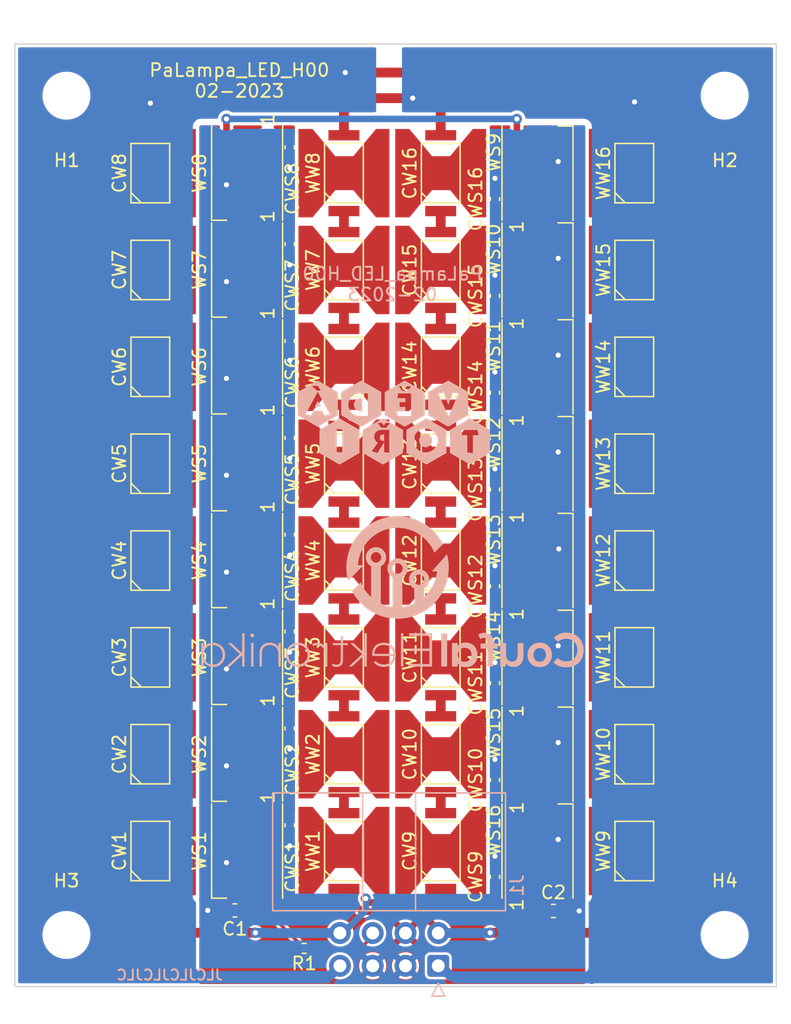
<source format=kicad_pcb>
(kicad_pcb (version 20221018) (generator pcbnew)
  (layers (0 "F.Cu" signal) (31 "B.Cu" signal) (34 "B.Paste" user) (35 "F.Paste" user) (36 "B.SilkS" user "B.Silkscreen") (37 "F.SilkS" user "F.Silkscreen") (38 "B.Mask" user) (39 "F.Mask" user) (44 "Edge.Cuts" user))
  (net 0 "")
  (net 1 "COLD_CATHODE")
  (net 2 "Net-(CW1-Pad2)")
  (net 4 "Net-(CW2-Pad2)")
  (net 6 "Net-(CW3-Pad2)")
  (net 8 "Net-(CW4-Pad2)")
  (net 10 "Net-(CW5-Pad2)")
  (net 12 "Net-(CW6-Pad2)")
  (net 14 "Net-(CW7-Pad2)")
  (net 16 "COLD_ANODE")
  (net 18 "Net-(CW10-Pad1)")
  (net 20 "Net-(CW10-Pad2)")
  (net 22 "Net-(CW11-Pad2)")
  (net 24 "Net-(CW12-Pad2)")
  (net 26 "Net-(CW13-Pad2)")
  (net 28 "Net-(CW14-Pad2)")
  (net 30 "Net-(CW15-Pad2)")
  (net 33 "+5V")
  (net 34 "GND")
  (net 35 "Net-(WS1-Pad2)")
  (net 36 "WS_DATA")
  (net 37 "Net-(WS2-Pad2)")
  (net 38 "Net-(WS3-Pad2)")
  (net 39 "Net-(WS4-Pad2)")
  (net 40 "Net-(WS5-Pad2)")
  (net 41 "Net-(WS6-Pad2)")
  (net 42 "Net-(WS7-Pad2)")
  (net 43 "Net-(WS8-Pad2)")
  (net 44 "Net-(WS10-Pad4)")
  (net 45 "Net-(WS10-Pad2)")
  (net 46 "Net-(WS11-Pad2)")
  (net 47 "Net-(WS12-Pad2)")
  (net 48 "Net-(WS13-Pad2)")
  (net 49 "Net-(WS14-Pad2)")
  (net 50 "Net-(WS15-Pad2)")
  (net 52 "WARM_CATHODE")
  (net 53 "Net-(WW1-Pad2)")
  (net 55 "Net-(WW2-Pad2)")
  (net 57 "Net-(WW3-Pad2)")
  (net 59 "Net-(WW4-Pad2)")
  (net 61 "Net-(WW5-Pad2)")
  (net 63 "Net-(WW6-Pad2)")
  (net 65 "Net-(WW7-Pad2)")
  (net 67 "WARM_ANODE")
  (net 69 "Net-(WW10-Pad1)")
  (net 71 "Net-(WW10-Pad2)")
  (net 73 "Net-(WW11-Pad2)")
  (net 75 "Net-(WW12-Pad2)")
  (net 77 "Net-(WW13-Pad2)")
  (net 79 "Net-(WW14-Pad2)")
  (net 81 "Net-(WW15-Pad2)")
  (net 84 "Net-(WS1-Pad4)")
  (footprint "MountingHole:MountingHole_3.2mm_M3" (layer "F.Cu") (at 4 4)
    (fp_text reference "H1")
    (fp_text value "MountingHole")
  )
  (footprint "LED_SMD:LED_WS2812B_PLCC4_5.0x5.0mm_P3.2mm" (layer "F.Cu") (at 40.5 10 90)
    (fp_text reference "WS9")
    (fp_text value "XL-5050RGBC-WS2812B")
  )
  (footprint "LED_SMD:LED_WS2812B_PLCC4_5.0x5.0mm_P3.2mm" (layer "F.Cu") (at 18 25 -90)
    (fp_text reference "WS6")
    (fp_text value "XL-5050RGBC-WS2812B")
  )
  (footprint "PaLampa_Library:HL-A-5730" (layer "F.Cu") (at 33 25 90)
    (fp_text reference "CW14")
    (fp_text value "HL-A-5730D1W-S1-08-HR3(LY)")
  )
  (footprint "PaLampa_Library:HL-A-5730" (layer "F.Cu") (at 10.5 32.5 90)
    (fp_text reference "CW5")
    (fp_text value "HL-A-5730D1W-S1-08-HR3(LY)")
  )
  (footprint "PaLampa_Library:HL-A-5730" (layer "F.Cu") (at 33 32.5 90)
    (fp_text reference "CW13")
    (fp_text value "HL-A-5730D1W-S1-08-HR3(LY)")
  )
  (footprint "PaLampa_Library:HL-A-5730" (layer "F.Cu") (at 48 55 90)
    (fp_text reference "WW10")
    (fp_text value "HL-A-5730D34W-S1-08-HR3(LY)")
  )
  (footprint "LED_SMD:LED_WS2812B_PLCC4_5.0x5.0mm_P3.2mm" (layer "F.Cu") (at 18 10 -90)
    (fp_text reference "WS8")
    (fp_text value "XL-5050RGBC-WS2812B")
  )
  (footprint "Capacitor_SMD:C_0402_1005Metric" (layer "F.Cu") (at 21.3 45.5 -90)
    (fp_text reference "CWS3")
    (fp_text value "100n")
  )
  (footprint "Capacitor_SMD:C_0402_1005Metric" (layer "F.Cu") (at 37.2 12 90)
    (fp_text reference "CWS16")
    (fp_text value "100n")
  )
  (footprint "LED_SMD:LED_WS2812B_PLCC4_5.0x5.0mm_P3.2mm" (layer "F.Cu") (at 18 47.5 -90)
    (fp_text reference "WS3")
    (fp_text value "XL-5050RGBC-WS2812B")
  )
  (footprint "MountingHole:MountingHole_3.2mm_M3" (layer "F.Cu") (at 55 69)
    (fp_text reference "H4")
    (fp_text value "MountingHole")
  )
  (footprint "PaLampa_Library:HL-A-5730" (layer "F.Cu") (at 33 17.5 90)
    (fp_text reference "CW15")
    (fp_text value "HL-A-5730D1W-S1-08-HR3(LY)")
  )
  (footprint "PaLampa_Library:HL-A-5730" (layer "F.Cu") (at 48 62.5 90)
    (fp_text reference "WW9")
    (fp_text value "HL-A-5730D34W-S1-08-HR3(LY)")
  )
  (footprint "LED_SMD:LED_WS2812B_PLCC4_5.0x5.0mm_P3.2mm" (layer "F.Cu") (at 40.5 47.5 90)
    (fp_text reference "WS14")
    (fp_text value "XL-5050RGBC-WS2812B")
  )
  (footprint "Capacitor_SMD:C_0402_1005Metric" (layer "F.Cu") (at 21.3 30.5 -90)
    (fp_text reference "CWS5")
    (fp_text value "100n")
  )
  (footprint "Resistor_SMD:R_0402_1005Metric" (layer "F.Cu") (at 22.42 70.04 180)
    (fp_text reference "R1")
    (fp_text value "470R")
  )
  (footprint "LED_SMD:LED_WS2812B_PLCC4_5.0x5.0mm_P3.2mm" (layer "F.Cu") (at 40.5 32.5 90)
    (fp_text reference "WS12")
    (fp_text value "XL-5050RGBC-WS2812B")
  )
  (footprint "LED_SMD:LED_WS2812B_PLCC4_5.0x5.0mm_P3.2mm" (layer "F.Cu") (at 40.5 25 90)
    (fp_text reference "WS11")
    (fp_text value "XL-5050RGBC-WS2812B")
  )
  (footprint "PaLampa_Library:HL-A-5730" (layer "F.Cu") (at 48 25 90)
    (fp_text reference "WW14")
    (fp_text value "HL-A-5730D34W-S1-08-HR3(LY)")
  )
  (footprint "PaLampa_Library:HL-A-5730" (layer "F.Cu") (at 25.5 10 90)
    (fp_text reference "WW8")
    (fp_text value "HL-A-5730D34W-S1-08-HR3(LY)")
  )
  (footprint "LED_SMD:LED_WS2812B_PLCC4_5.0x5.0mm_P3.2mm" (layer "F.Cu") (at 40.5 55 90)
    (fp_text reference "WS15")
    (fp_text value "XL-5050RGBC-WS2812B")
  )
  (footprint "PaLampa_Library:HL-A-5730" (layer "F.Cu") (at 33 10 90)
    (fp_text reference "CW16")
    (fp_text value "HL-A-5730D1W-S1-08-HR3(LY)")
  )
  (footprint "PaLampa_Library:HL-A-5730" (layer "F.Cu") (at 25.5 55 90)
    (fp_text reference "WW2")
    (fp_text value "HL-A-5730D34W-S1-08-HR3(LY)")
  )
  (footprint "Capacitor_SMD:C_0402_1005Metric" (layer "F.Cu") (at 21.3 15.5 -90)
    (fp_text reference "CWS7")
    (fp_text value "100n")
  )
  (footprint "LED_SMD:LED_WS2812B_PLCC4_5.0x5.0mm_P3.2mm" (layer "F.Cu") (at 18 40 -90)
    (fp_text reference "WS4")
    (fp_text value "XL-5050RGBC-WS2812B")
  )
  (footprint "LED_SMD:LED_WS2812B_PLCC4_5.0x5.0mm_P3.2mm" (layer "F.Cu") (at 18 55 -90)
    (fp_text reference "WS2")
    (fp_text value "XL-5050RGBC-WS2812B")
  )
  (footprint "Capacitor_SMD:C_0603_1608Metric" (layer "F.Cu") (at 17.05 67.1 180)
    (fp_text reference "C1")
    (fp_text value "10uF")
  )
  (footprint "LED_SMD:LED_WS2812B_PLCC4_5.0x5.0mm_P3.2mm" (layer "F.Cu") (at 40.5 17.5 90)
    (fp_text reference "WS10")
    (fp_text value "XL-5050RGBC-WS2812B")
  )
  (footprint "Capacitor_SMD:C_0402_1005Metric" (layer "F.Cu") (at 21.3 60.5 -90)
    (fp_text reference "CWS1")
    (fp_text value "100n")
  )
  (footprint "Capacitor_SMD:C_0402_1005Metric" (layer "F.Cu") (at 21.3 23 -90)
    (fp_text reference "CWS6")
    (fp_text value "100n")
  )
  (footprint "PaLampa_Library:HL-A-5730" (layer "F.Cu") (at 25.5 47.5 90)
    (fp_text reference "WW3")
    (fp_text value "HL-A-5730D34W-S1-08-HR3(LY)")
  )
  (footprint "Capacitor_SMD:C_0402_1005Metric" (layer "F.Cu") (at 37.2 27 90)
    (fp_text reference "CWS14")
    (fp_text value "100n")
  )
  (footprint "Capacitor_SMD:C_0402_1005Metric" (layer "F.Cu") (at 21.3 53 -90)
    (fp_text reference "CWS2")
    (fp_text value "100n")
  )
  (footprint "LED_SMD:LED_WS2812B_PLCC4_5.0x5.0mm_P3.2mm" (layer "F.Cu") (at 18 32.5 -90)
    (fp_text reference "WS5")
    (fp_text value "XL-5050RGBC-WS2812B")
  )
  (footprint "PaLampa_Library:HL-A-5730" (layer "F.Cu") (at 10.5 40 90)
    (fp_text reference "CW4")
    (fp_text value "HL-A-5730D1W-S1-08-HR3(LY)")
  )
  (footprint "PaLampa_Library:HL-A-5730" (layer "F.Cu") (at 33 55 90)
    (fp_text reference "CW10")
    (fp_text value "HL-A-5730D1W-S1-08-HR3(LY)")
  )
  (footprint "PaLampa_Library:HL-A-5730" (layer "F.Cu") (at 33 62.5 90)
    (fp_text reference "CW9")
    (fp_text value "HL-A-5730D1W-S1-08-HR3(LY)")
  )
  (footprint "Capacitor_SMD:C_0402_1005Metric" (layer "F.Cu") (at 37.2 57 90)
    (fp_text reference "CWS10")
    (fp_text value "100n")
  )
  (footprint "MountingHole:MountingHole_3.2mm_M3" (layer "F.Cu") (at 4 69)
    (fp_text reference "H3")
    (fp_text value "MountingHole")
  )
  (footprint "LED_SMD:LED_WS2812B_PLCC4_5.0x5.0mm_P3.2mm" (layer "F.Cu") (at 40.5 40 90)
    (fp_text reference "WS13")
    (fp_text value "XL-5050RGBC-WS2812B")
  )
  (footprint "PaLampa_Library:HL-A-5730" (layer "F.Cu") (at 10.5 47.5 90)
    (fp_text reference "CW3")
    (fp_text value "HL-A-5730D1W-S1-08-HR3(LY)")
  )
  (footprint "PaLampa_Library:HL-A-5730" (layer "F.Cu") (at 25.5 17.5 90)
    (fp_text reference "WW7")
    (fp_text value "HL-A-5730D34W-S1-08-HR3(LY)")
  )
  (footprint "LED_SMD:LED_WS2812B_PLCC4_5.0x5.0mm_P3.2mm" (layer "F.Cu") (at 18 17.5 -90)
    (fp_text reference "WS7")
    (fp_text value "XL-5050RGBC-WS2812B")
  )
  (footprint "PaLampa_Library:HL-A-5730" (layer "F.Cu") (at 10.5 25 90)
    (fp_text reference "CW6")
    (fp_text value "HL-A-5730D1W-S1-08-HR3(LY)")
  )
  (footprint "Capacitor_SMD:C_0402_1005Metric" (layer "F.Cu") (at 21.3 38 -90)
    (fp_text reference "CWS4")
    (fp_text value "100n")
  )
  (footprint "Capacitor_SMD:C_0402_1005Metric" (layer "F.Cu") (at 37.2 49.5 90)
    (fp_text reference "CWS11")
    (fp_text value "100n")
  )
  (footprint "PaLampa_Library:HL-A-5730" (layer "F.Cu") (at 48 40 90)
    (fp_text reference "WW12")
    (fp_text value "HL-A-5730D34W-S1-08-HR3(LY)")
  )
  (footprint "Capacitor_SMD:C_0402_1005Metric" (layer "F.Cu") (at 37.2 19.5 90)
    (fp_text reference "CWS15")
    (fp_text value "100n")
  )
  (footprint "Capacitor_SMD:C_0402_1005Metric" (layer "F.Cu") (at 37.2 42 90)
    (fp_text reference "CWS12")
    (fp_text value "100n")
  )
  (footprint "LED_SMD:LED_WS2812B_PLCC4_5.0x5.0mm_P3.2mm" (layer "F.Cu") (at 40.5 62.5 90)
    (fp_text reference "WS16")
    (fp_text value "XL-5050RGBC-WS2812B")
  )
  (footprint "Capacitor_SMD:C_0402_1005Metric" (layer "F.Cu") (at 21.3 8 -90)
    (fp_text reference "CWS8")
    (fp_text value "100n")
  )
  (footprint "PaLampa_Library:HL-A-5730" (layer "F.Cu") (at 33 47.5 90)
    (fp_text reference "CW11")
    (fp_text value "HL-A-5730D1W-S1-08-HR3(LY)")
  )
  (footprint "PaLampa_Library:HL-A-5730" (layer "F.Cu") (at 25.5 40 90)
    (fp_text reference "WW4")
    (fp_text value "HL-A-5730D34W-S1-08-HR3(LY)")
  )
  (footprint "MountingHole:MountingHole_3.2mm_M3" (layer "F.Cu") (at 55 4)
    (fp_text reference "H2")
    (fp_text value "MountingHole")
  )
  (footprint "PaLampa_Library:HL-A-5730" (layer "F.Cu") (at 10.5 62.5 90)
    (fp_text reference "CW1")
    (fp_text value "HL-A-5730D1W-S1-08-HR3(LY)")
  )
  (footprint "Capacitor_SMD:C_0402_1005Metric" (layer "F.Cu") (at 37.2 34.5 90)
    (fp_text reference "CWS13")
    (fp_text value "100n")
  )
  (footprint "Capacitor_SMD:C_0402_1005Metric" (layer "F.Cu") (at 37.2 64.5 90)
    (fp_text reference "CWS9")
    (fp_text value "100n")
  )
  (footprint "PaLampa_Library:HL-A-5730" (layer "F.Cu") (at 25.5 32.5 90)
    (fp_text reference "WW5")
    (fp_text value "HL-A-5730D34W-S1-08-HR3(LY)")
  )
  (footprint "LED_SMD:LED_WS2812B_PLCC4_5.0x5.0mm_P3.2mm" (layer "F.Cu") (at 18 62.5 -90)
    (fp_text reference "WS1")
    (fp_text value "XL-5050RGBC-WS2812B")
  )
  (footprint "PaLampa_Library:HL-A-5730" (layer "F.Cu") (at 48 17.5 90)
    (fp_text reference "WW15")
    (fp_text value "HL-A-5730D34W-S1-08-HR3(LY)")
  )
  (footprint "PaLampa_Library:HL-A-5730" (layer "F.Cu") (at 33 40 90)
    (fp_text reference "CW12")
    (fp_text value "HL-A-5730D1W-S1-08-HR3(LY)")
  )
  (footprint "PaLampa_Library:HL-A-5730" (layer "F.Cu") (at 48 10 90)
    (fp_text reference "WW16")
    (fp_text value "HL-A-5730D34W-S1-08-HR3(LY)")
  )
  (footprint "PaLampa_Library:HL-A-5730" (layer "F.Cu") (at 48 32.5 90)
    (fp_text reference "WW13")
    (fp_text value "HL-A-5730D34W-S1-08-HR3(LY)")
  )
  (footprint "PaLampa_Library:HL-A-5730" (layer "F.Cu") (at 10.5 17.5 90)
    (fp_text reference "CW7")
    (fp_text value "HL-A-5730D1W-S1-08-HR3(LY)")
  )
  (footprint "PaLampa_Library:HL-A-5730" (layer "F.Cu") (at 25.5 25 90)
    (fp_text reference "WW6")
    (fp_text value "HL-A-5730D34W-S1-08-HR3(LY)")
  )
  (footprint "PaLampa_Library:HL-A-5730" (layer "F.Cu") (at 10.5 55 90)
    (fp_text reference "CW2")
    (fp_text value "HL-A-5730D1W-S1-08-HR3(LY)")
  )
  (footprint "PaLampa_Library:HL-A-5730" (layer "F.Cu") (at 25.5 62.5 90)
    (fp_text reference "WW1")
    (fp_text value "HL-A-5730D34W-S1-08-HR3(LY)")
  )
  (footprint "Capacitor_SMD:C_0603_1608Metric" (layer "F.Cu") (at 41.73 67.14)
    (fp_text reference "C2")
    (fp_text value "10uF")
  )
  (footprint "PaLampa_Library:HL-A-5730" (layer "F.Cu") (at 10.5 10 90)
    (fp_text reference "CW8")
    (fp_text value "HL-A-5730D1W-S1-08-HR3(LY)")
  )
  (footprint "PaLampa_Library:HL-A-5730" (layer "F.Cu") (at 48 47.5 90)
    (fp_text reference "WW11")
    (fp_text value "HL-A-5730D34W-S1-08-HR3(LY)")
  )
  (footprint "PaLampa_Library:Coufal_elektronika_text_30x13mm" (layer "B.Cu") (at 29.17 42.98 180)
    (fp_text reference "G1" hide)
    (fp_text value "CoufalElektronika_logo" hide)
  )
  (footprint "PaLampa_Library:Vedatori_15mm" (layer "B.Cu") (at 29.38 29.32 180)
    (fp_text reference "G2" hide)
    (fp_text value "Vedatori_logo" hide)
  )
  (footprint "Connector_IDC:IDC-Header_2x04_P2.54mm_Horizontal" (layer "B.Cu") (at 32.81 71.39 90)
    (fp_text reference "J1")
    (fp_text value "Conn_02x04_Odd_Even")
  )
  (gr_line (start 59 73) (end 0 73) (stroke (width 0.1)) (layer "Edge.Cuts"))
  (gr_line (start 59 0) (end 59 73) (stroke (width 0.1)) (layer "Edge.Cuts"))
  (gr_line (start 0 73) (end 0 0) (stroke (width 0.1)) (layer "Edge.Cuts"))
  (gr_line (start 0 0) (end 59 0) (stroke (width 0.1)) (layer "Edge.Cuts"))
  (gr_text "JLCJLCJLCJLC" (at 12 72.1) (layer "B.SilkS") (effects (font (size 0.8 0.8)) (justify mirror)))
  (gr_text "PaLampa_LED_H00\n02-2023" (at 29.26 18.6) (layer "B.SilkS") (effects (font (size 1 1)) (justify mirror)))
  (gr_text "PaLampa_LED_H00\n02-2023" (at 17.4 2.83) (layer "F.SilkS") (effects (font (size 1 1))))
  (segment (start 10.5 67.73) (end 10.5 65.435) (width 0.762) (layer "F.Cu") (net 1))
  (segment (start 32.505 65.435) (end 33 65.435) (width 0.508) (layer "F.Cu") (net 1))
  (segment (start 27.500056 66.49) (end 31.45 66.49) (width 0.508) (layer "F.Cu") (net 1))
  (segment (start 18.64 68.83) (end 11.64 68.83) (width 0.762) (layer "F.Cu") (net 1))
  (segment (start 31.45 66.49) (end 32.505 65.435) (width 0.508) (layer "F.Cu") (net 1))
  (segment (start 27.190189 66.180133) (end 27.500056 66.49) (width 0.508) (layer "F.Cu") (net 1))
  (segment (start 11.62 68.85) (end 10.5 67.73) (width 0.762) (layer "F.Cu") (net 1))
  (segment (start 11.64 68.83) (end 11.62 68.85) (width 0.762) (layer "F.Cu") (net 1))
  (via (at 18.64 68.83) (size 0.8) (drill 0.4) (layers "F.Cu" "B.Cu") (net 1))
  (via (at 27.190189 66.180133) (size 0.8) (drill 0.4) (layers "F.Cu" "B.Cu") (net 1))
  (segment (start 18.64 68.83) (end 20.16 68.85) (width 0.762) (layer "B.Cu") (net 1))
  (segment (start 20.16 68.85) (end 25.19 68.85) (width 0.762) (layer "B.Cu") (net 1))
  (segment (start 27.190189 67.089811) (end 25.43 68.85) (width 0.508) (layer "B.Cu") (net 1))
  (segment (start 27.190189 66.180133) (end 27.190189 67.089811) (width 0.508) (layer "B.Cu") (net 1))
  (segment (start 10.5 59.565) (end 10.5 57.935) (width 0.762) (layer "F.Cu") (net 2))
  (segment (start 10.5 52.065) (end 10.5 50.435) (width 0.762) (layer "F.Cu") (net 4))
  (segment (start 10.5 44.565) (end 10.5 42.935) (width 0.762) (layer "F.Cu") (net 6))
  (segment (start 10.5 37.065) (end 10.5 35.435) (width 0.762) (layer "F.Cu") (net 8))
  (segment (start 10.5 29.565) (end 10.5 27.935) (width 0.762) (layer "F.Cu") (net 10))
  (segment (start 10.5 22.065) (end 10.5 20.435) (width 0.762) (layer "F.Cu") (net 12))
  (segment (start 10.5 14.565) (end 10.5 12.935) (width 0.762) (layer "F.Cu") (net 14))
  (segment (start 33 4.6) (end 33.02 4.58) (width 0.762) (layer "F.Cu") (net 16))
  (segment (start 33.02 4.58) (end 30.65 2.21) (width 0.762) (layer "F.Cu") (net 16))
  (segment (start 10.5 7.065) (end 10.5 5.2) (width 0.762) (layer "F.Cu") (net 16))
  (segment (start 30.65 2.21) (end 25.6 2.21) (width 0.762) (layer "F.Cu") (net 16))
  (segment (start 10.5 5.2) (end 10.5 4.58) (width 0.762) (layer "F.Cu") (net 16))
  (segment (start 33 7.065) (end 33 5.15) (width 0.762) (layer "F.Cu") (net 16))
  (segment (start 33 5.15) (end 33 4.6) (width 0.762) (layer "F.Cu") (net 16))
  (via (at 25.6 2.21) (size 0.8) (drill 0.4) (layers "F.Cu" "B.Cu") (net 16))
  (via (at 10.5 4.58) (size 0.8) (drill 0.4) (layers "F.Cu" "B.Cu") (net 16))
  (segment (start 25.19 71.39) (end 24.42 72.16) (width 0.762) (layer "B.Cu") (net 16))
  (segment (start 24.42 72.16) (end 13.4 72.16) (width 0.762) (layer "B.Cu") (net 16))
  (segment (start 33 57.935) (end 33 59.565) (width 0.762) (layer "F.Cu") (net 18))
  (segment (start 33 50.435) (end 33 52.065) (width 0.762) (layer "F.Cu") (net 20))
  (segment (start 33 44.565) (end 33 42.935) (width 0.762) (layer "F.Cu") (net 22))
  (segment (start 33 35.435) (end 33 37.065) (width 0.762) (layer "F.Cu") (net 24))
  (segment (start 33 27.935) (end 33 29.565) (width 0.762) (layer "F.Cu") (net 26))
  (segment (start 33 20.435) (end 33 22.065) (width 0.762) (layer "F.Cu") (net 28))
  (segment (start 33 12.935) (end 33 14.565) (width 0.762) (layer "F.Cu") (net 30))
  (segment (start 21.3 15.98) (end 21.3 17.1) (width 0.508) (layer "F.Cu") (net 34))
  (segment (start 42.505 67.14) (end 43.73 67.14) (width 0.762) (layer "F.Cu") (net 34))
  (segment (start 21.3 60.98) (end 21.3 62.1) (width 0.508) (layer "F.Cu") (net 34))
  (segment (start 16.4 49.95) (end 16.4 48.4) (width 0.508) (layer "F.Cu") (net 34))
  (segment (start 21.3 30.98) (end 21.3 32.1) (width 0.508) (layer "F.Cu") (net 34))
  (segment (start 21.3 53.48) (end 21.3 54.6) (width 0.508) (layer "F.Cu") (net 34))
  (segment (start 16.4 64.95) (end 16.4 63.4) (width 0.508) (layer "F.Cu") (net 34))
  (segment (start 37.2 34.02) (end 37.2 32.9) (width 0.508) (layer "F.Cu") (net 34))
  (segment (start 16.4 57.45) (end 16.4 55.9) (width 0.508) (layer "F.Cu") (net 34))
  (segment (start 37.2 49.02) (end 37.2 47.9) (width 0.508) (layer "F.Cu") (net 34))
  (segment (start 42.1 45.05) (end 42.1 46.6) (width 0.508) (layer "F.Cu") (net 34))
  (segment (start 37.2 56.52) (end 37.2 55.4) (width 0.508) (layer "F.Cu") (net 34))
  (segment (start 42.1 22.55) (end 42.1 24.1) (width 0.508) (layer "F.Cu") (net 34))
  (segment (start 37.2 19.02) (end 37.2 17.9) (width 0.508) (layer "F.Cu") (net 34))
  (segment (start 21.3 8.48) (end 21.3 9.6) (width 0.508) (layer "F.Cu") (net 34))
  (segment (start 37.2 41.52) (end 37.2 40.4) (width 0.508) (layer "F.Cu") (net 34))
  (segment (start 37.2 26.52) (end 37.2 25.4) (width 0.508) (layer "F.Cu") (net 34))
  (segment (start 37.2 64.02) (end 37.2 62.9) (width 0.508) (layer "F.Cu") (net 34))
  (segment (start 42.1 60.05) (end 42.1 61.6) (width 0.508) (layer "F.Cu") (net 34))
  (segment (start 42.1 52.55) (end 42.1 54.1) (width 0.508) (layer "F.Cu") (net 34))
  (segment (start 42.1 15.05) (end 42.1 16.6) (width 0.508) (layer "F.Cu") (net 34))
  (segment (start 21.3 38.48) (end 21.3 39.6) (width 0.508) (layer "F.Cu") (net 34))
  (segment (start 21.3 23.48) (end 21.3 24.5) (width 0.508) (layer "F.Cu") (net 34))
  (segment (start 16.275 67.1) (end 14.95 67.1) (width 0.762) (layer "F.Cu") (net 34))
  (segment (start 16.4 12.45) (end 16.4 10.9) (width 0.508) (layer "F.Cu") (net 34))
  (segment (start 21.3 45.98) (end 21.3 47.1) (width 0.508) (layer "F.Cu") (net 34))
  (segment (start 16.4 27.45) (end 16.4 25.9) (width 0.508) (layer "F.Cu") (net 34))
  (segment (start 42.1 37.55) (end 42.1 39.05) (width 0.508) (layer "F.Cu") (net 34))
  (segment (start 42.1 30.05) (end 42.1 31.6) (width 0.508) (layer "F.Cu") (net 34))
  (segment (start 16.4 19.95) (end 16.4 18.4) (width 0.508) (layer "F.Cu") (net 34))
  (segment (start 37.2 11.52) (end 37.2 10.4) (width 0.508) (layer "F.Cu") (net 34))
  (segment (start 16.4 34.95) (end 16.4 33.4) (width 0.508) (layer "F.Cu") (net 34))
  (segment (start 42.1 39.05) (end 42.15 39.1) (width 0.508) (layer "F.Cu") (net 34))
  (segment (start 16.4 42.45) (end 16.4 40.9) (width 0.508) (layer "F.Cu") (net 34))
  (segment (start 42.1 7.55) (end 42.1 9.1) (width 0.508) (layer "F.Cu") (net 34))
  (via (at 21.3 32.1) (size 0.8) (drill 0.4) (layers "F.Cu" "B.Cu") (net 34))
  (via (at 37.2 55.4) (size 0.8) (drill 0.4) (layers "F.Cu" "B.Cu") (net 34))
  (via (at 37.2 10.4) (size 0.8) (drill 0.4) (layers "F.Cu" "B.Cu") (net 34))
  (via (at 42.1 16.6) (size 0.8) (drill 0.4) (layers "F.Cu" "B.Cu") (net 34))
  (via (at 37.2 47.9) (size 0.8) (drill 0.4) (layers "F.Cu" "B.Cu") (net 34))
  (via (at 21.3 47.1) (size 0.8) (drill 0.4) (layers "F.Cu" "B.Cu") (net 34))
  (via (at 42.1 9.1) (size 0.8) (drill 0.4) (layers "F.Cu" "B.Cu") (net 34))
  (via (at 16.4 25.9) (size 0.8) (drill 0.4) (layers "F.Cu" "B.Cu") (net 34))
  (via (at 37.2 40.4) (size 0.8) (drill 0.4) (layers "F.Cu" "B.Cu") (net 34))
  (via (at 42.1 54.1) (size 0.8) (drill 0.4) (layers "F.Cu" "B.Cu") (net 34))
  (via (at 37.2 62.9) (size 0.8) (drill 0.4) (layers "F.Cu" "B.Cu") (net 34))
  (via (at 16.4 55.9) (size 0.8) (drill 0.4) (layers "F.Cu" "B.Cu") (net 34))
  (via (at 42.1 31.6) (size 0.8) (drill 0.4) (layers "F.Cu" "B.Cu") (net 34))
  (via (at 37.2 17.9) (size 0.8) (drill 0.4) (layers "F.Cu" "B.Cu") (net 34))
  (via (at 16.4 48.4) (size 0.8) (drill 0.4) (layers "F.Cu" "B.Cu") (net 34))
  (via (at 21.3 62.1) (size 0.8) (drill 0.4) (layers "F.Cu" "B.Cu") (net 34))
  (via (at 16.4 63.4) (size 0.8) (drill 0.4) (layers "F.Cu" "B.Cu") (net 34))
  (via (at 16.4 10.9) (size 0.8) (drill 0.4) (layers "F.Cu" "B.Cu") (net 34))
  (via (at 37.2 25.4) (size 0.8) (drill 0.4) (layers "F.Cu" "B.Cu") (net 34))
  (via (at 21.3 17.1) (size 0.8) (drill 0.4) (layers "F.Cu" "B.Cu") (net 34))
  (via (at 16.4 18.4) (size 0.8) (drill 0.4) (layers "F.Cu" "B.Cu") (net 34))
  (via (at 42.1 61.6) (size 0.8) (drill 0.4) (layers "F.Cu" "B.Cu") (net 34))
  (via (at 16.4 33.4) (size 0.8) (drill 0.4) (layers "F.Cu" "B.Cu") (net 34))
  (via (at 42.15 39.1) (size 0.8) (drill 0.4) (layers "F.Cu" "B.Cu") (net 34))
  (via (at 42.1 46.6) (size 0.8) (drill 0.4) (layers "F.Cu" "B.Cu") (net 34))
  (via (at 42.1 24.1) (size 0.8) (drill 0.4) (layers "F.Cu" "B.Cu") (net 34))
  (via (at 37.2 32.9) (size 0.8) (drill 0.4) (layers "F.Cu" "B.Cu") (net 34))
  (via (at 21.3 39.6) (size 0.8) (drill 0.4) (layers "F.Cu" "B.Cu") (net 34))
  (via (at 14.95 67.1) (size 0.8) (drill 0.4) (layers "F.Cu" "B.Cu") (net 34))
  (via (at 21.3 9.6) (size 0.8) (drill 0.4) (layers "F.Cu" "B.Cu") (net 34))
  (via (at 21.3 54.6) (size 0.8) (drill 0.4) (layers "F.Cu" "B.Cu") (net 34))
  (via (at 43.73 67.14) (size 0.8) (drill 0.4) (layers "F.Cu" "B.Cu") (net 34))
  (via (at 16.4 40.9) (size 0.8) (drill 0.4) (layers "F.Cu" "B.Cu") (net 34))
  (via (at 21.3 24.5) (size 0.8) (drill 0.4) (layers "F.Cu" "B.Cu") (net 34))
  (segment (start 19.6 57.45) (end 19.6 57.7) (width 0.508) (layer "F.Cu") (net 35))
  (segment (start 18.5 58.8) (end 17.5 58.8) (width 0.508) (layer "F.Cu") (net 35))
  (segment (start 19.6 57.7) (end 18.5 58.8) (width 0.508) (layer "F.Cu") (net 35))
  (segment (start 17.5 58.8) (end 16.4 59.9) (width 0.508) (layer "F.Cu") (net 35))
  (segment (start 16.4 59.9) (end 16.4 60.05) (width 0.508) (layer "F.Cu") (net 35))
  (segment (start 26.79 70.03) (end 22.94 70.03) (width 0.254) (layer "F.Cu") (net 36))
  (segment (start 22.94 70.03) (end 22.93 70.04) (width 0.254) (layer "F.Cu") (net 36))
  (segment (start 27.97 68.85) (end 26.79 70.03) (width 0.254) (layer "F.Cu") (net 36))
  (segment (start 18.6 51.4) (end 17.55 51.4) (width 0.508) (layer "F.Cu") (net 37))
  (segment (start 17.55 51.4) (end 16.4 52.55) (width 0.508) (layer "F.Cu") (net 37))
  (segment (start 19.6 49.95) (end 19.6 50.4) (width 0.508) (layer "F.Cu") (net 37))
  (segment (start 19.6 50.4) (end 18.6 51.4) (width 0.508) (layer "F.Cu") (net 37))
  (segment (start 19.6 42.45) (end 19.6 42.7) (width 0.508) (layer "F.Cu") (net 38))
  (segment (start 17.6 43.7) (end 16.4 44.9) (width 0.508) (layer "F.Cu") (net 38))
  (segment (start 16.4 44.9) (end 16.4 45.05) (width 0.508) (layer "F.Cu") (net 38))
  (segment (start 18.6 43.7) (end 17.6 43.7) (width 0.508) (layer "F.Cu") (net 38))
  (segment (start 19.6 42.7) (end 18.6 43.7) (width 0.508) (layer "F.Cu") (net 38))
  (segment (start 19.6 35.1) (end 19.6 34.95) (width 0.508) (layer "F.Cu") (net 39))
  (segment (start 16.4 37.3) (end 17.5 36.2) (width 0.508) (layer "F.Cu") (net 39))
  (segment (start 17.5 36.2) (end 18.5 36.2) (width 0.508) (layer "F.Cu") (net 39))
  (segment (start 18.5 36.2) (end 19.6 35.1) (width 0.508) (layer "F.Cu") (net 39))
  (segment (start 16.4 37.55) (end 16.4 37.3) (width 0.508) (layer "F.Cu") (net 39))
  (segment (start 19.6 27.7) (end 18.4 28.9) (width 0.508) (layer "F.Cu") (net 40))
  (segment (start 19.6 27.45) (end 19.6 27.7) (width 0.508) (layer "F.Cu") (net 40))
  (segment (start 17.3 28.9) (end 16.4 29.8) (width 0.508) (layer "F.Cu") (net 40))
  (segment (start 18.4 28.9) (end 17.3 28.9) (width 0.508) (layer "F.Cu") (net 40))
  (segment (start 16.4 29.8) (end 16.4 30.05) (width 0.508) (layer "F.Cu") (net 40))
  (segment (start 18.4 21.4) (end 17.4 21.4) (width 0.508) (layer "F.Cu") (net 41))
  (segment (start 17.4 21.4) (end 16.4 22.4) (width 0.508) (layer "F.Cu") (net 41))
  (segment (start 19.6 20.2) (end 18.4 21.4) (width 0.508) (layer "F.Cu") (net 41))
  (segment (start 19.6 19.95) (end 19.6 20.2) (width 0.508) (layer "F.Cu") (net 41))
  (segment (start 16.4 22.4) (end 16.4 22.55) (width 0.508) (layer "F.Cu") (net 41))
  (segment (start 19.6 12.5) (end 18.6 13.5) (width 0.508) (layer "F.Cu") (net 42))
  (segment (start 16.4 15.05) (end 16.4 14.9) (width 0.508) (layer "F.Cu") (net 42))
  (segment (start 19.6 12.45) (end 19.6 12.5) (width 0.508) (layer "F.Cu") (net 42))
  (segment (start 17.95 13.5) (end 16.4 15.05) (width 0.508) (layer "F.Cu") (net 42))
  (segment (start 18.6 13.5) (end 17.95 13.5) (width 0.508) (layer "F.Cu") (net 42))
  (segment (start 38.9 5.8) (end 38.9 7.55) (width 0.508) (layer "F.Cu") (net 43))
  (segment (start 16.4 7.55) (end 16.4 5.8) (width 0.508) (layer "F.Cu") (net 43))
  (via (at 38.9 5.8) (size 0.8) (drill 0.4) (layers "F.Cu" "B.Cu") (net 43))
  (via (at 16.4 5.8) (size 0.8) (drill 0.4) (layers "F.Cu" "B.Cu") (net 43))
  (segment (start 16.4 5.8) (end 38.9 5.8) (width 0.508) (layer "B.Cu") (net 43))
  (segment (start 40.8 13.75) (end 39.7 13.75) (width 0.508) (layer "F.Cu") (net 44))
  (segment (start 39.7 13.75) (end 38.9 14.55) (width 0.508) (layer "F.Cu") (net 44))
  (segment (start 42.1 12.45) (end 40.8 13.75) (width 0.508) (layer "F.Cu") (net 44))
  (segment (start 38.9 14.55) (end 38.9 15.05) (width 0.508) (layer "F.Cu") (net 44))
  (segment (start 42.1 19.95) (end 40.85 21.2) (width 0.508) (layer "F.Cu") (net 45))
  (segment (start 38.9 22.45) (end 38.9 22.55) (width 0.508) (layer "F.Cu") (net 45))
  (segment (start 40.85 21.2) (end 40.15 21.2) (width 0.508) (layer "F.Cu") (net 45))
  (segment (start 40.15 21.2) (end 38.9 22.45) (width 0.508) (layer "F.Cu") (net 45))
  (segment (start 42.1 27.45) (end 40.8 28.75) (width 0.508) (layer "F.Cu") (net 46))
  (segment (start 38.9 29.85) (end 38.9 30.05) (width 0.508) (layer "F.Cu") (net 46))
  (segment (start 40 28.75) (end 38.9 29.85) (width 0.508) (layer "F.Cu") (net 46))
  (segment (start 40.8 28.75) (end 40 28.75) (width 0.508) (layer "F.Cu") (net 46))
  (segment (start 40.25 36.2) (end 38.9 37.55) (width 0.508) (layer "F.Cu") (net 47))
  (segment (start 42.1 34.95) (end 40.85 36.2) (width 0.508) (layer "F.Cu") (net 47))
  (segment (start 40.85 36.2) (end 40.25 36.2) (width 0.508) (layer "F.Cu") (net 47))
  (segment (start 42.1 42.45) (end 40.85 43.7) (width 0.508) (layer "F.Cu") (net 48))
  (segment (start 40.85 43.7) (end 39.9 43.7) (width 0.508) (layer "F.Cu") (net 48))
  (segment (start 38.9 44.7) (end 38.9 45.05) (width 0.508) (layer "F.Cu") (net 48))
  (segment (start 39.9 43.7) (end 38.9 44.7) (width 0.508) (layer "F.Cu") (net 48))
  (segment (start 42.1 49.95) (end 40.8 51.25) (width 0.508) (layer "F.Cu") (net 49))
  (segment (start 40.8 51.25) (end 40.1 51.25) (width 0.508) (layer "F.Cu") (net 49))
  (segment (start 38.9 52.45) (end 38.9 52.55) (width 0.508) (layer "F.Cu") (net 49))
  (segment (start 40.1 51.25) (end 38.9 52.45) (width 0.508) (layer "F.Cu") (net 49))
  (segment (start 40.75 58.8) (end 39.75 58.8) (width 0.508) (layer "F.Cu") (net 50))
  (segment (start 39.75 58.8) (end 38.9 59.65) (width 0.508) (layer "F.Cu") (net 50))
  (segment (start 38.9 59.65) (end 38.9 60.05) (width 0.508) (layer "F.Cu") (net 50))
  (segment (start 42.1 57.45) (end 40.75 58.8) (width 0.508) (layer "F.Cu") (net 50))
  (segment (start 31.398 67.198) (end 33.05 68.85) (width 0.508) (layer "F.Cu") (net 52))
  (segment (start 48 65.435) (end 48 66.44) (width 0.762) (layer "F.Cu") (net 52))
  (segment (start 36.83 68.83) (end 45.57 68.83) (width 0.762) (layer "F.Cu") (net 52))
  (segment (start 45.57 68.83) (end 45.59 68.85) (width 0.762) (layer "F.Cu") (net 52))
  (segment (start 25.5 65.435) (end 25.5 65.8) (width 0.508) (layer "F.Cu") (net 52))
  (segment (start 25.5 65.8) (end 26.898 67.198) (width 0.508) (layer "F.Cu") (net 52))
  (segment (start 26.898 67.198) (end 31.398 67.198) (width 0.508) (layer "F.Cu") (net 52))
  (segment (start 48 66.44) (end 45.59 68.85) (width 0.762) (layer "F.Cu") (net 52))
  (via (at 36.83 68.83) (size 0.8) (drill 0.4) (layers "F.Cu" "B.Cu") (net 52))
  (segment (start 36.81 68.85) (end 36.83 68.83) (width 0.762) (layer "B.Cu") (net 52))
  (segment (start 32.81 68.85) (end 36.81 68.85) (width 0.762) (layer "B.Cu") (net 52))
  (segment (start 25.5 57.935) (end 25.5 59.565) (width 0.762) (layer "F.Cu") (net 53))
  (segment (start 25.5 50.435) (end 25.5 52.065) (width 0.762) (layer "F.Cu") (net 55))
  (segment (start 25.5 44.565) (end 25.5 42.935) (width 0.762) (layer "F.Cu") (net 57))
  (segment (start 25.5 35.435) (end 25.5 37.065) (width 0.762) (layer "F.Cu") (net 59))
  (segment (start 25.5 27.935) (end 25.5 29.565) (width 0.762) (layer "F.Cu") (net 61))
  (segment (start 25.5 20.435) (end 25.5 22.065) (width 0.762) (layer "F.Cu") (net 63))
  (segment (start 25.5 12.935) (end 25.5 14.565) (width 0.762) (layer "F.Cu") (net 65))
  (segment (start 48 7.065) (end 48 4.5) (width 0.762) (layer "F.Cu") (net 67))
  (segment (start 26.51 4.19) (end 30.83 4.19) (width 0.762) (layer "F.Cu") (net 67))
  (segment (start 48 4.5) (end 48.02 4.48) (width 0.762) (layer "F.Cu") (net 67))
  (segment (start 25.5 7.065) (end 25.5 5.2) (width 0.762) (layer "F.Cu") (net 67))
  (segment (start 25.5 5.2) (end 26.51 4.19) (width 0.762) (layer "F.Cu") (net 67))
  (via (at 30.83 4.19) (size 0.8) (drill 0.4) (layers "F.Cu" "B.Cu") (net 67))
  (via (at 48.02 4.48) (size 0.8) (drill 0.4) (layers "F.Cu" "B.Cu") (net 67))
  (segment (start 33.78 72.2) (end 44.481 72.2) (width 0.762) (layer "B.Cu") (net 67))
  (segment (start 32.81 71.39) (end 32.97 71.39) (width 0.762) (layer "B.Cu") (net 67))
  (segment (start 32.97 71.39) (end 33.78 72.2) (width 0.762) (layer "B.Cu") (net 67))
  (segment (start 44.481 72.2) (end 44.7 72.419) (width 0.762) (layer "B.Cu") (net 67))
  (segment (start 48 59.565) (end 48 57.935) (width 0.762) (layer "F.Cu") (net 69))
  (segment (start 48 52.065) (end 48 50.435) (width 0.762) (layer "F.Cu") (net 71))
  (segment (start 48 44.565) (end 48 42.935) (width 0.762) (layer "F.Cu") (net 73))
  (segment (start 48 37.065) (end 48 35.435) (width 0.762) (layer "F.Cu") (net 75))
  (segment (start 48 29.565) (end 48 27.935) (width 0.762) (layer "F.Cu") (net 77))
  (segment (start 48 22.065) (end 48 20.435) (width 0.762) (layer "F.Cu") (net 79))
  (segment (start 48 14.565) (end 48 12.935) (width 0.762) (layer "F.Cu") (net 81))
  (segment (start 21.91 69.52) (end 21.91 70.04) (width 0.254) (layer "F.Cu") (net 84))
  (segment (start 19.31 65.24) (end 19.6 64.95) (width 0.254) (layer "F.Cu") (net 84))
  (segment (start 19.31 66.92) (end 21.91 69.52) (width 0.254) (layer "F.Cu") (net 84))
  (segment (start 19.31 66.92) (end 19.31 65.24) (width 0.254) (layer "F.Cu") (net 84))
  (zone (net 33) (net_name "+5V") (layer "F.Cu") (name "unnconnected - (CW1-Pad3)") (priority 1) (connect_pads (clearance 0.254)) (min_thickness 0.254) (fill yes (thermal_gap 0.254) (thermal_bridge_width 0.508))
    (polygon (pts (xy 44.2 66) (xy 36.8 66) (xy 36.8 6.3) (xy 44.2 6.3)))
  )
  (zone (net 33) (net_name "+5V") (layer "F.Cu") (name "unnconnected - (CW1-Pad3)") (priority 1) (connect_pads (clearance 0.254)) (min_thickness 0.254) (fill yes (thermal_gap 0.254) (thermal_bridge_width 0.508))
    (polygon (pts (xy 21.7 66) (xy 14.3 66) (xy 14.3 6.3) (xy 21.7 6.3)))
  )
  (zone (net 33) (net_name "+5V") (layer "F.Cu") (priority 1) (connect_pads (clearance 0.1778)) (min_thickness 0.1778) (fill yes (thermal_gap 0.254) (thermal_bridge_width 0.508))
    (polygon (pts (xy 44.2 73.01) (xy 14.3 73) (xy 14.3 65.86) (xy 44.2 65.84)))
  )
  (zone (net 67) (net_name "WARM_ANODE") (layer "B.Cu") (connect_pads (clearance 0.254)) (min_thickness 0.254) (fill yes (thermal_gap 0.508) (thermal_bridge_width 0.508))
    (polygon (pts (xy 59 73) (xy 30 73) (xy 30 0) (xy 59 0)))
  )
  (zone (net 16) (net_name "COLD_ANODE") (layer "B.Cu") (connect_pads (clearance 0.254)) (min_thickness 0.254) (fill yes (thermal_gap 0.508) (thermal_bridge_width 0.508))
    (polygon (pts (xy 28 73) (xy 0 73) (xy 0 0) (xy 28 0)))
  )
  (zone (net 34) (net_name "GND") (layer "B.Cu") (priority 1) (connect_pads (clearance 0.1778)) (min_thickness 0.1778) (fill yes (thermal_gap 0.254) (thermal_bridge_width 0.508))
    (polygon (pts (xy 44.2 73.01) (xy 14.3 73) (xy 14.300322 65.7796) (xy 44.200322 65.8396)))
  )
  (zone (net 34) (net_name "GND") (layer "B.Cu") (name "unnconnected - (CW1-Pad3)") (priority 1) (connect_pads (clearance 0.508)) (min_thickness 0.254) (fill yes (thermal_gap 0.508) (thermal_bridge_width 0.508))
    (polygon (pts (xy 44.2 66) (xy 36.8 66) (xy 36.8 6.3) (xy 44.2 6.3)))
  )
  (zone (net 34) (net_name "GND") (layer "B.Cu") (name "unnconnected - (CW1-Pad3)") (priority 1) (connect_pads (clearance 0.508)) (min_thickness 0.254) (fill yes (thermal_gap 0.508) (thermal_bridge_width 0.508))
    (polygon (pts (xy 21.7 66) (xy 14.3 66) (xy 14.3 6.3) (xy 21.7 6.3)))
  )
)
</source>
